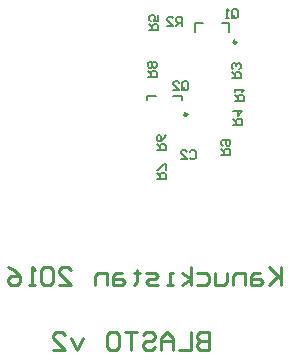
<source format=gbo>
G04 Layer_Color=13813960*
%FSLAX25Y25*%
%MOIN*%
G70*
G01*
G75*
%ADD13C,0.01000*%
%ADD28C,0.00787*%
%ADD29C,0.00500*%
%ADD45C,0.00984*%
D13*
X197500Y404498D02*
Y398500D01*
Y400499D01*
X193501Y404498D01*
X196500Y401499D01*
X193501Y398500D01*
X190502Y402499D02*
X188503D01*
X187503Y401499D01*
Y398500D01*
X190502D01*
X191502Y399500D01*
X190502Y400499D01*
X187503D01*
X185504Y398500D02*
Y402499D01*
X182505D01*
X181505Y401499D01*
Y398500D01*
X179506Y402499D02*
Y399500D01*
X178506Y398500D01*
X175507D01*
Y402499D01*
X169509D02*
X172508D01*
X173508Y401499D01*
Y399500D01*
X172508Y398500D01*
X169509D01*
X167510D02*
Y404498D01*
Y400499D02*
X164511Y402499D01*
X167510Y400499D02*
X164511Y398500D01*
X161512D02*
X159512D01*
X160512D01*
Y402499D01*
X161512D01*
X156513Y398500D02*
X153514D01*
X152515Y399500D01*
X153514Y400499D01*
X155514D01*
X156513Y401499D01*
X155514Y402499D01*
X152515D01*
X149515Y403498D02*
Y402499D01*
X150515D01*
X148516D01*
X149515D01*
Y399500D01*
X148516Y398500D01*
X144517Y402499D02*
X142518D01*
X141518Y401499D01*
Y398500D01*
X144517D01*
X145517Y399500D01*
X144517Y400499D01*
X141518D01*
X139519Y398500D02*
Y402499D01*
X136520D01*
X135520Y401499D01*
Y398500D01*
X123524D02*
X127523D01*
X123524Y402499D01*
Y403498D01*
X124524Y404498D01*
X126523D01*
X127523Y403498D01*
X121525D02*
X120525Y404498D01*
X118526D01*
X117526Y403498D01*
Y399500D01*
X118526Y398500D01*
X120525D01*
X121525Y399500D01*
Y403498D01*
X115526Y398500D02*
X113527D01*
X114527D01*
Y404498D01*
X115526Y403498D01*
X106529Y404498D02*
X108529Y403498D01*
X110528Y401499D01*
Y399500D01*
X109529Y398500D01*
X107529D01*
X106529Y399500D01*
Y400499D01*
X107529Y401499D01*
X110528D01*
X173500Y382998D02*
Y377000D01*
X170501D01*
X169501Y378000D01*
Y378999D01*
X170501Y379999D01*
X173500D01*
X170501D01*
X169501Y380999D01*
Y381998D01*
X170501Y382998D01*
X173500D01*
X167502D02*
Y377000D01*
X163503D01*
X161504D02*
Y380999D01*
X159504Y382998D01*
X157505Y380999D01*
Y377000D01*
Y379999D01*
X161504D01*
X151507Y381998D02*
X152507Y382998D01*
X154506D01*
X155506Y381998D01*
Y380999D01*
X154506Y379999D01*
X152507D01*
X151507Y378999D01*
Y378000D01*
X152507Y377000D01*
X154506D01*
X155506Y378000D01*
X149508Y382998D02*
X145509D01*
X147508D01*
Y377000D01*
X140511Y382998D02*
X142510D01*
X143510Y381998D01*
Y378000D01*
X142510Y377000D01*
X140511D01*
X139511Y378000D01*
Y381998D01*
X140511Y382998D01*
X131514Y380999D02*
X129514Y377000D01*
X127515Y380999D01*
X121517Y377000D02*
X125515D01*
X121517Y380999D01*
Y381998D01*
X122517Y382998D01*
X124516D01*
X125515Y381998D01*
D28*
X164406Y460181D02*
Y461756D01*
X161256D02*
X164406D01*
X152594Y460181D02*
Y461756D01*
X155744D01*
X168791Y486059D02*
X171350D01*
X168791Y482858D02*
Y486059D01*
X180209Y482858D02*
Y486059D01*
X177650D02*
X180209D01*
D29*
X177500Y442000D02*
X180499D01*
Y443500D01*
X179999Y443999D01*
X178999D01*
X178500Y443500D01*
Y442000D01*
Y443000D02*
X177500Y443999D01*
X178000Y444999D02*
X177500Y445499D01*
Y446498D01*
X178000Y446998D01*
X179999D01*
X180499Y446498D01*
Y445499D01*
X179999Y444999D01*
X179499D01*
X178999Y445499D01*
Y446998D01*
X153000Y468000D02*
X155999D01*
Y469499D01*
X155499Y469999D01*
X154499D01*
X154000Y469499D01*
Y468000D01*
Y469000D02*
X153000Y469999D01*
X155499Y470999D02*
X155999Y471499D01*
Y472499D01*
X155499Y472998D01*
X154999D01*
X154499Y472499D01*
X154000Y472998D01*
X153500D01*
X153000Y472499D01*
Y471499D01*
X153500Y470999D01*
X154000D01*
X154499Y471499D01*
X154999Y470999D01*
X155499D01*
X154499Y471499D02*
Y472499D01*
X156000Y434000D02*
X158999D01*
Y435499D01*
X158499Y435999D01*
X157500D01*
X157000Y435499D01*
Y434000D01*
Y435000D02*
X156000Y435999D01*
X158999Y436999D02*
Y438998D01*
X158499D01*
X156500Y436999D01*
X156000D01*
Y443500D02*
X158999D01*
Y445000D01*
X158499Y445499D01*
X157500D01*
X157000Y445000D01*
Y443500D01*
Y444500D02*
X156000Y445499D01*
X158999Y448498D02*
X158499Y447499D01*
X157500Y446499D01*
X156500D01*
X156000Y446999D01*
Y447999D01*
X156500Y448498D01*
X157000D01*
X157500Y447999D01*
Y446499D01*
X153500Y483500D02*
X156499D01*
Y485000D01*
X155999Y485499D01*
X154999D01*
X154500Y485000D01*
Y483500D01*
Y484500D02*
X153500Y485499D01*
X156499Y488498D02*
Y486499D01*
X154999D01*
X155499Y487499D01*
Y487998D01*
X154999Y488498D01*
X154000D01*
X153500Y487998D01*
Y486999D01*
X154000Y486499D01*
X181500Y452000D02*
X184499D01*
Y453500D01*
X183999Y453999D01*
X183000D01*
X182500Y453500D01*
Y452000D01*
Y453000D02*
X181500Y453999D01*
Y456498D02*
X184499D01*
X183000Y454999D01*
Y456998D01*
X181000Y467500D02*
X183999D01*
Y468999D01*
X183499Y469499D01*
X182500D01*
X182000Y468999D01*
Y467500D01*
Y468500D02*
X181000Y469499D01*
X183499Y470499D02*
X183999Y470999D01*
Y471999D01*
X183499Y472498D01*
X182999D01*
X182500Y471999D01*
Y471499D01*
Y471999D01*
X182000Y472498D01*
X181500D01*
X181000Y471999D01*
Y470999D01*
X181500Y470499D01*
X164500Y485000D02*
Y487999D01*
X163001D01*
X162501Y487499D01*
Y486500D01*
X163001Y486000D01*
X164500D01*
X163500D02*
X162501Y485000D01*
X159502D02*
X161501D01*
X159502Y486999D01*
Y487499D01*
X160001Y487999D01*
X161001D01*
X161501Y487499D01*
X182000Y460000D02*
X184999D01*
Y461500D01*
X184499Y461999D01*
X183500D01*
X183000Y461500D01*
Y460000D01*
Y461000D02*
X182000Y461999D01*
Y462999D02*
Y463999D01*
Y463499D01*
X184999D01*
X184499Y462999D01*
X164501Y464000D02*
Y465999D01*
X165000Y466499D01*
X166000D01*
X166500Y465999D01*
Y464000D01*
X166000Y463500D01*
X165000D01*
X165500Y464500D02*
X164501Y463500D01*
X165000D02*
X164501Y464000D01*
X161502Y463500D02*
X163501D01*
X161502Y465499D01*
Y465999D01*
X162001Y466499D01*
X163001D01*
X163501Y465999D01*
X181001Y488000D02*
Y489999D01*
X181500Y490499D01*
X182500D01*
X183000Y489999D01*
Y488000D01*
X182500Y487500D01*
X181500D01*
X182000Y488500D02*
X181001Y487500D01*
X181500D02*
X181001Y488000D01*
X180001Y487500D02*
X179001D01*
X179501D01*
Y490499D01*
X180001Y489999D01*
X167001Y442999D02*
X167500Y443499D01*
X168500D01*
X169000Y442999D01*
Y441000D01*
X168500Y440500D01*
X167500D01*
X167001Y441000D01*
X164002Y440500D02*
X166001D01*
X164002Y442499D01*
Y442999D01*
X164501Y443499D01*
X165501D01*
X166001Y442999D01*
D45*
X166079Y455457D02*
G03*
X166079Y455457I-492J0D01*
G01*
X182472Y479563D02*
G03*
X182472Y479563I-492J0D01*
G01*
M02*

</source>
